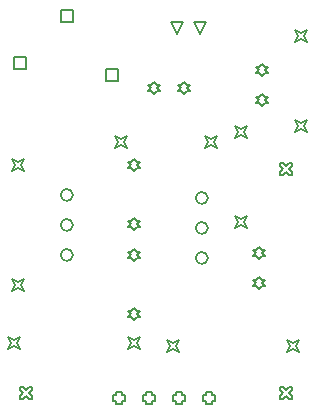
<source format=gbr>
%TF.GenerationSoftware,Altium Limited,Altium Designer,23.7.1 (13)*%
G04 Layer_Color=2752767*
%FSLAX45Y45*%
%MOMM*%
%TF.SameCoordinates,8B45DB0F-F0D4-485E-9900-1B50B3984352*%
%TF.FilePolarity,Positive*%
%TF.FileFunction,Drawing*%
%TF.Part,Single*%
G01*
G75*
%TA.AperFunction,NonConductor*%
%ADD29C,0.12700*%
%ADD54C,0.16933*%
D29*
X2651760Y12087860D02*
Y12189460D01*
X2753360D01*
Y12087860D01*
X2651760D01*
X4029100Y12382500D02*
X3978300Y12484100D01*
X4079900D01*
X4029100Y12382500D01*
X4229100D02*
X4178300Y12484100D01*
X4279900D01*
X4229100Y12382500D01*
X3429000Y11986260D02*
Y12087860D01*
X3530600D01*
Y11986260D01*
X3429000D01*
X3048000Y12484100D02*
Y12585700D01*
X3149600D01*
Y12484100D01*
X3048000D01*
X3670301Y10460800D02*
X3695701Y10486200D01*
X3721101D01*
X3695701Y10511600D01*
X3721101Y10537000D01*
X3695701D01*
X3670301Y10562400D01*
X3644901Y10537000D01*
X3619501D01*
X3644901Y10511600D01*
X3619501Y10486200D01*
X3644901D01*
X3670301Y10460800D01*
X3670299Y9960800D02*
X3695699Y9986200D01*
X3721099D01*
X3695699Y10011600D01*
X3721099Y10037000D01*
X3695699D01*
X3670299Y10062400D01*
X3644899Y10037000D01*
X3619499D01*
X3644899Y10011600D01*
X3619499Y9986200D01*
X3644899D01*
X3670299Y9960800D01*
Y10722800D02*
X3695699Y10748200D01*
X3721099D01*
X3695699Y10773600D01*
X3721099Y10799000D01*
X3695699D01*
X3670299Y10824400D01*
X3644899Y10799000D01*
X3619499D01*
X3644899Y10773600D01*
X3619499Y10748200D01*
X3644899D01*
X3670299Y10722800D01*
X3670301Y11222800D02*
X3695701Y11248200D01*
X3721101D01*
X3695701Y11273600D01*
X3721101Y11299000D01*
X3695701D01*
X3670301Y11324400D01*
X3644901Y11299000D01*
X3619501D01*
X3644901Y11273600D01*
X3619501Y11248200D01*
X3644901D01*
X3670301Y11222800D01*
X4279900Y9276080D02*
Y9250680D01*
X4330700D01*
Y9276080D01*
X4356100D01*
Y9326880D01*
X4330700D01*
Y9352280D01*
X4279900D01*
Y9326880D01*
X4254500D01*
Y9276080D01*
X4279900D01*
X4025900D02*
Y9250680D01*
X4076700D01*
Y9276080D01*
X4102100D01*
Y9326880D01*
X4076700D01*
Y9352280D01*
X4025900D01*
Y9326880D01*
X4000500D01*
Y9276080D01*
X4025900D01*
X3771900D02*
Y9250680D01*
X3822700D01*
Y9276080D01*
X3848100D01*
Y9326880D01*
X3822700D01*
Y9352280D01*
X3771900D01*
Y9326880D01*
X3746500D01*
Y9276080D01*
X3771900D01*
X3517900D02*
Y9250680D01*
X3568700D01*
Y9276080D01*
X3594100D01*
Y9326880D01*
X3568700D01*
Y9352280D01*
X3517900D01*
Y9326880D01*
X3492500D01*
Y9276080D01*
X3517900D01*
X4965700Y9690100D02*
X4991100Y9740900D01*
X4965700Y9791700D01*
X5016500Y9766300D01*
X5067300Y9791700D01*
X5041900Y9740900D01*
X5067300Y9690100D01*
X5016500Y9715500D01*
X4965700Y9690100D01*
X3949700D02*
X3975100Y9740900D01*
X3949700Y9791700D01*
X4000500Y9766300D01*
X4051300Y9791700D01*
X4025900Y9740900D01*
X4051300Y9690100D01*
X4000500Y9715500D01*
X3949700Y9690100D01*
X4724400Y10223500D02*
X4749800Y10248900D01*
X4775200D01*
X4749800Y10274300D01*
X4775200Y10299700D01*
X4749800D01*
X4724400Y10325100D01*
X4699000Y10299700D01*
X4673600D01*
X4699000Y10274300D01*
X4673600Y10248900D01*
X4699000D01*
X4724400Y10223500D01*
Y10477500D02*
X4749800Y10502900D01*
X4775200D01*
X4749800Y10528300D01*
X4775200Y10553700D01*
X4749800D01*
X4724400Y10579100D01*
X4699000Y10553700D01*
X4673600D01*
X4699000Y10528300D01*
X4673600Y10502900D01*
X4699000D01*
X4724400Y10477500D01*
X4749800Y11772900D02*
X4775200Y11798300D01*
X4800600D01*
X4775200Y11823700D01*
X4800600Y11849100D01*
X4775200D01*
X4749800Y11874500D01*
X4724400Y11849100D01*
X4699000D01*
X4724400Y11823700D01*
X4699000Y11798300D01*
X4724400D01*
X4749800Y11772900D01*
Y12026900D02*
X4775200Y12052300D01*
X4800600D01*
X4775200Y12077700D01*
X4800600Y12103100D01*
X4775200D01*
X4749800Y12128500D01*
X4724400Y12103100D01*
X4699000D01*
X4724400Y12077700D01*
X4699000Y12052300D01*
X4724400D01*
X4749800Y12026900D01*
X2603500Y9715500D02*
X2628900Y9766300D01*
X2603500Y9817100D01*
X2654300Y9791700D01*
X2705100Y9817100D01*
X2679700Y9766300D01*
X2705100Y9715500D01*
X2654300Y9740900D01*
X2603500Y9715500D01*
X3619500D02*
X3644900Y9766300D01*
X3619500Y9817100D01*
X3670300Y9791700D01*
X3721100Y9817100D01*
X3695700Y9766300D01*
X3721100Y9715500D01*
X3670300Y9740900D01*
X3619500Y9715500D01*
X2705100Y9296400D02*
X2730500D01*
X2755900Y9321800D01*
X2781300Y9296400D01*
X2806700D01*
Y9321800D01*
X2781300Y9347200D01*
X2806700Y9372600D01*
Y9398000D01*
X2781300D01*
X2755900Y9372600D01*
X2730500Y9398000D01*
X2705100D01*
Y9372600D01*
X2730500Y9347200D01*
X2705100Y9321800D01*
Y9296400D01*
X4902200D02*
X4927600D01*
X4953000Y9321800D01*
X4978400Y9296400D01*
X5003800D01*
Y9321800D01*
X4978400Y9347200D01*
X5003800Y9372600D01*
Y9398000D01*
X4978400D01*
X4953000Y9372600D01*
X4927600Y9398000D01*
X4902200D01*
Y9372600D01*
X4927600Y9347200D01*
X4902200Y9321800D01*
Y9296400D01*
Y11188700D02*
X4927600D01*
X4953000Y11214100D01*
X4978400Y11188700D01*
X5003800D01*
Y11214100D01*
X4978400Y11239500D01*
X5003800Y11264900D01*
Y11290300D01*
X4978400D01*
X4953000Y11264900D01*
X4927600Y11290300D01*
X4902200D01*
Y11264900D01*
X4927600Y11239500D01*
X4902200Y11214100D01*
Y11188700D01*
X4521200Y10744200D02*
X4546600Y10795000D01*
X4521200Y10845800D01*
X4572000Y10820400D01*
X4622800Y10845800D01*
X4597400Y10795000D01*
X4622800Y10744200D01*
X4572000Y10769600D01*
X4521200Y10744200D01*
Y11506200D02*
X4546600Y11557000D01*
X4521200Y11607800D01*
X4572000Y11582400D01*
X4622800Y11607800D01*
X4597400Y11557000D01*
X4622800Y11506200D01*
X4572000Y11531600D01*
X4521200Y11506200D01*
X4089400Y11874500D02*
X4114800Y11899900D01*
X4140200D01*
X4114800Y11925300D01*
X4140200Y11950700D01*
X4114800D01*
X4089400Y11976100D01*
X4064000Y11950700D01*
X4038600D01*
X4064000Y11925300D01*
X4038600Y11899900D01*
X4064000D01*
X4089400Y11874500D01*
X3835400D02*
X3860800Y11899900D01*
X3886200D01*
X3860800Y11925300D01*
X3886200Y11950700D01*
X3860800D01*
X3835400Y11976100D01*
X3810000Y11950700D01*
X3784600D01*
X3810000Y11925300D01*
X3784600Y11899900D01*
X3810000D01*
X3835400Y11874500D01*
X4267200Y11417300D02*
X4292600Y11468100D01*
X4267200Y11518900D01*
X4318000Y11493500D01*
X4368800Y11518900D01*
X4343400Y11468100D01*
X4368800Y11417300D01*
X4318000Y11442700D01*
X4267200Y11417300D01*
X3505200D02*
X3530600Y11468100D01*
X3505200Y11518900D01*
X3556000Y11493500D01*
X3606800Y11518900D01*
X3581400Y11468100D01*
X3606800Y11417300D01*
X3556000Y11442700D01*
X3505200Y11417300D01*
X2638900Y10210800D02*
X2664300Y10261600D01*
X2638900Y10312400D01*
X2689700Y10287000D01*
X2740500Y10312400D01*
X2715100Y10261600D01*
X2740500Y10210800D01*
X2689700Y10236200D01*
X2638900Y10210800D01*
Y11226800D02*
X2664300Y11277600D01*
X2638900Y11328400D01*
X2689700Y11303000D01*
X2740500Y11328400D01*
X2715100Y11277600D01*
X2740500Y11226800D01*
X2689700Y11252200D01*
X2638900Y11226800D01*
X5029200Y12319000D02*
X5054600Y12369800D01*
X5029200Y12420600D01*
X5080000Y12395200D01*
X5130800Y12420600D01*
X5105400Y12369800D01*
X5130800Y12319000D01*
X5080000Y12344400D01*
X5029200Y12319000D01*
Y11557000D02*
X5054600Y11607800D01*
X5029200Y11658600D01*
X5080000Y11633200D01*
X5130800Y11658600D01*
X5105400Y11607800D01*
X5130800Y11557000D01*
X5080000Y11582400D01*
X5029200Y11557000D01*
D54*
X4292600Y10998200D02*
G03*
X4292600Y10998200I-50800J0D01*
G01*
Y10744200D02*
G03*
X4292600Y10744200I-50800J0D01*
G01*
Y10490200D02*
G03*
X4292600Y10490200I-50800J0D01*
G01*
X3149600Y10515600D02*
G03*
X3149600Y10515600I-50800J0D01*
G01*
Y10769600D02*
G03*
X3149600Y10769600I-50800J0D01*
G01*
Y11023600D02*
G03*
X3149600Y11023600I-50800J0D01*
G01*
%TF.MD5,fc2317007e046371387ab48412dd6b05*%
M02*

</source>
